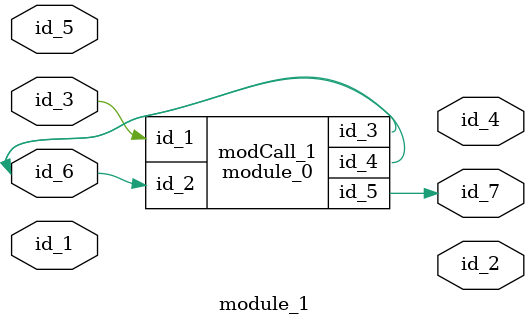
<source format=v>
module module_0 (
    id_1,
    id_2,
    id_3,
    id_4,
    id_5
);
  output wire id_5;
  inout wire id_4;
  output wire id_3;
  input wire id_2;
  input wire id_1;
  wire id_6, id_7;
endmodule
module module_1 (
    id_1,
    id_2,
    id_3,
    id_4,
    id_5,
    id_6,
    id_7
);
  output wire id_7;
  inout wire id_6;
  inout wire id_5;
  output wire id_4;
  inout wire id_3;
  output wire id_2;
  input wire id_1;
  wire id_8;
  module_0 modCall_1 (
      id_3,
      id_6,
      id_6,
      id_6,
      id_7
  );
endmodule

</source>
